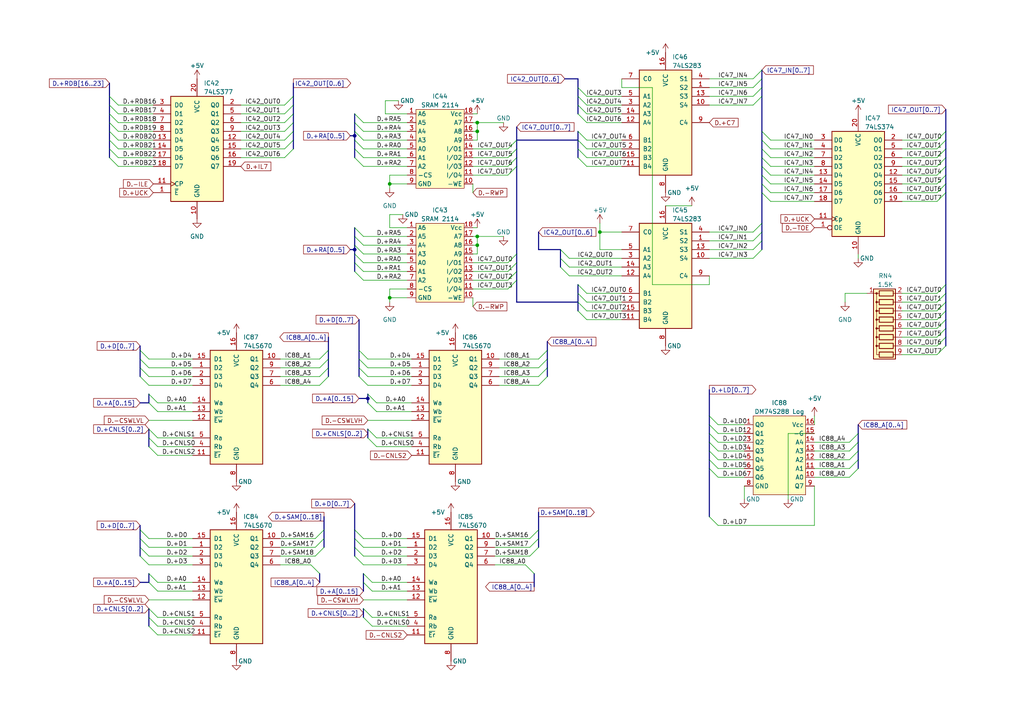
<source format=kicad_sch>
(kicad_sch (version 20230121) (generator eeschema)
  (paper "A4")
  (junction (at 138.43 68.58))
  (junction (at 173.99 67.31))
  (junction (at 113.03 53.34))
  (junction (at 106.68 115.57))
  (junction (at 138.43 35.56))
  (junction (at 138.43 38.1))
  (junction (at 138.43 71.12))
  (junction (at 102.87 72.39))
  (junction (at 102.87 39.37))
  (junction (at 113.03 86.36))
  (bus_entry (at 31.75 38.1) (size 2.54 2.54))
  (bus_entry (at 149.86 40.64) (size -2.54 2.54))
  (bus_entry (at 162.56 72.39) (size 2.54 2.54))
  (bus_entry (at 31.75 27.94) (size 2.54 2.54))
  (bus_entry (at 220.98 45.72) (size 2.54 2.54))
  (bus_entry (at 43.18 181.61) (size 2.54 2.54))
  (bus_entry (at 205.74 135.89) (size 2.54 2.54))
  (bus_entry (at 104.14 104.14) (size 2.54 2.54))
  (bus_entry (at 274.32 40.64) (size -2.54 2.54))
  (bus_entry (at 167.64 40.64) (size 2.54 2.54))
  (bus_entry (at 220.98 64.77) (size -2.54 2.54))
  (bus_entry (at 102.87 38.1) (size 2.54 2.54))
  (bus_entry (at 82.55 33.02) (size 2.54 -2.54))
  (bus_entry (at 102.87 73.66) (size 2.54 2.54))
  (bus_entry (at 205.74 120.65) (size 2.54 2.54))
  (bus_entry (at 156.21 153.67) (size -2.54 2.54))
  (bus_entry (at 274.32 45.72) (size -2.54 2.54))
  (bus_entry (at 40.64 101.6) (size 2.54 2.54))
  (bus_entry (at 82.55 43.18) (size 2.54 -2.54))
  (bus_entry (at 93.98 156.21) (size -2.54 2.54))
  (bus_entry (at 102.87 153.67) (size 2.54 2.54))
  (bus_entry (at 40.64 161.29) (size 2.54 2.54))
  (bus_entry (at 93.98 158.75) (size -2.54 2.54))
  (bus_entry (at 95.25 109.22) (size -2.54 2.54))
  (bus_entry (at 248.92 128.27) (size -2.54 2.54))
  (bus_entry (at 106.68 114.3) (size 2.54 2.54))
  (bus_entry (at 158.75 106.68) (size -2.54 2.54))
  (bus_entry (at 274.32 90.17) (size -2.54 2.54))
  (bus_entry (at 220.98 22.86) (size -2.54 2.54))
  (bus_entry (at 220.98 43.18) (size 2.54 2.54))
  (bus_entry (at 274.32 55.88) (size -2.54 2.54))
  (bus_entry (at 156.21 156.21) (size -2.54 2.54))
  (bus_entry (at 158.75 104.14) (size -2.54 2.54))
  (bus_entry (at 31.75 30.48) (size 2.54 2.54))
  (bus_entry (at 106.68 124.46) (size 2.54 2.54))
  (bus_entry (at 248.92 135.89) (size -2.54 2.54))
  (bus_entry (at 162.56 77.47) (size 2.54 2.54))
  (bus_entry (at 102.87 156.21) (size 2.54 2.54))
  (bus_entry (at 82.55 40.64) (size 2.54 -2.54))
  (bus_entry (at 274.32 95.25) (size -2.54 2.54))
  (bus_entry (at 95.25 101.6) (size -2.54 2.54))
  (bus_entry (at 82.55 30.48) (size 2.54 -2.54))
  (bus_entry (at 205.74 123.19) (size 2.54 2.54))
  (bus_entry (at 105.41 168.91) (size 2.54 2.54))
  (bus_entry (at 274.32 85.09) (size -2.54 2.54))
  (bus_entry (at 43.18 129.54) (size 2.54 2.54))
  (bus_entry (at 102.87 66.04) (size 2.54 2.54))
  (bus_entry (at 205.74 130.81) (size 2.54 2.54))
  (bus_entry (at 40.64 158.75) (size 2.54 2.54))
  (bus_entry (at 274.32 82.55) (size -2.54 2.54))
  (bus_entry (at 102.87 45.72) (size 2.54 2.54))
  (bus_entry (at 40.64 106.68) (size 2.54 2.54))
  (bus_entry (at 95.25 104.14) (size -2.54 2.54))
  (bus_entry (at 31.75 35.56) (size 2.54 2.54))
  (bus_entry (at 43.18 124.46) (size 2.54 2.54))
  (bus_entry (at 274.32 50.8) (size -2.54 2.54))
  (bus_entry (at 105.41 176.53) (size 2.54 2.54))
  (bus_entry (at 40.64 104.14) (size 2.54 2.54))
  (bus_entry (at 248.92 125.73) (size -2.54 2.54))
  (bus_entry (at 82.55 35.56) (size 2.54 -2.54))
  (bus_entry (at 149.86 78.74) (size -2.54 2.54))
  (bus_entry (at 274.32 43.18) (size -2.54 2.54))
  (bus_entry (at 105.41 166.37) (size 2.54 2.54))
  (bus_entry (at 220.98 50.8) (size 2.54 2.54))
  (bus_entry (at 82.55 45.72) (size 2.54 -2.54))
  (bus_entry (at 167.64 43.18) (size 2.54 2.54))
  (bus_entry (at 102.87 158.75) (size 2.54 2.54))
  (bus_entry (at 31.75 45.72) (size 2.54 2.54))
  (bus_entry (at 274.32 38.1) (size -2.54 2.54))
  (bus_entry (at 167.64 30.48) (size 2.54 2.54))
  (bus_entry (at 274.32 53.34) (size -2.54 2.54))
  (bus_entry (at 102.87 78.74) (size 2.54 2.54))
  (bus_entry (at 149.86 48.26) (size -2.54 2.54))
  (bus_entry (at 149.86 76.2) (size -2.54 2.54))
  (bus_entry (at 102.87 35.56) (size 2.54 2.54))
  (bus_entry (at 31.75 43.18) (size 2.54 2.54))
  (bus_entry (at 220.98 40.64) (size 2.54 2.54))
  (bus_entry (at 205.74 133.35) (size 2.54 2.54))
  (bus_entry (at 105.41 179.07) (size 2.54 2.54))
  (bus_entry (at 149.86 45.72) (size -2.54 2.54))
  (bus_entry (at 274.32 87.63) (size -2.54 2.54))
  (bus_entry (at 106.68 116.84) (size 2.54 2.54))
  (bus_entry (at 220.98 38.1) (size 2.54 2.54))
  (bus_entry (at 152.4 163.83) (size 2.54 2.54))
  (bus_entry (at 162.56 74.93) (size 2.54 2.54))
  (bus_entry (at 274.32 48.26) (size -2.54 2.54))
  (bus_entry (at 220.98 25.4) (size -2.54 2.54))
  (bus_entry (at 149.86 43.18) (size -2.54 2.54))
  (bus_entry (at 158.75 109.22) (size -2.54 2.54))
  (bus_entry (at 43.18 127) (size 2.54 2.54))
  (bus_entry (at 167.64 33.02) (size 2.54 2.54))
  (bus_entry (at 167.64 82.55) (size 2.54 2.54))
  (bus_entry (at 43.18 168.91) (size 2.54 2.54))
  (bus_entry (at 31.75 40.64) (size 2.54 2.54))
  (bus_entry (at 167.64 90.17) (size 2.54 2.54))
  (bus_entry (at 31.75 33.02) (size 2.54 2.54))
  (bus_entry (at 220.98 20.32) (size -2.54 2.54))
  (bus_entry (at 167.64 27.94) (size 2.54 2.54))
  (bus_entry (at 205.74 149.86) (size 2.54 2.54))
  (bus_entry (at 102.87 71.12) (size 2.54 2.54))
  (bus_entry (at 43.18 166.37) (size 2.54 2.54))
  (bus_entry (at 156.21 158.75) (size -2.54 2.54))
  (bus_entry (at 40.64 153.67) (size 2.54 2.54))
  (bus_entry (at 43.18 116.84) (size 2.54 2.54))
  (bus_entry (at 274.32 100.33) (size -2.54 2.54))
  (bus_entry (at 274.32 92.71) (size -2.54 2.54))
  (bus_entry (at 93.98 153.67) (size -2.54 2.54))
  (bus_entry (at 104.14 101.6) (size 2.54 2.54))
  (bus_entry (at 220.98 67.31) (size -2.54 2.54))
  (bus_entry (at 102.87 40.64) (size 2.54 2.54))
  (bus_entry (at 167.64 25.4) (size 2.54 2.54))
  (bus_entry (at 149.86 81.28) (size -2.54 2.54))
  (bus_entry (at 102.87 43.18) (size 2.54 2.54))
  (bus_entry (at 43.18 179.07) (size 2.54 2.54))
  (bus_entry (at 220.98 72.39) (size -2.54 2.54))
  (bus_entry (at 248.92 133.35) (size -2.54 2.54))
  (bus_entry (at 248.92 130.81) (size -2.54 2.54))
  (bus_entry (at 40.64 156.21) (size 2.54 2.54))
  (bus_entry (at 220.98 55.88) (size 2.54 2.54))
  (bus_entry (at 82.55 38.1) (size 2.54 -2.54))
  (bus_entry (at 220.98 27.94) (size -2.54 2.54))
  (bus_entry (at 104.14 109.22) (size 2.54 2.54))
  (bus_entry (at 167.64 38.1) (size 2.54 2.54))
  (bus_entry (at 102.87 33.02) (size 2.54 2.54))
  (bus_entry (at 95.25 106.68) (size -2.54 2.54))
  (bus_entry (at 40.64 109.22) (size 2.54 2.54))
  (bus_entry (at 274.32 97.79) (size -2.54 2.54))
  (bus_entry (at 167.64 87.63) (size 2.54 2.54))
  (bus_entry (at 205.74 125.73) (size 2.54 2.54))
  (bus_entry (at 102.87 76.2) (size 2.54 2.54))
  (bus_entry (at 106.68 127) (size 2.54 2.54))
  (bus_entry (at 167.64 45.72) (size 2.54 2.54))
  (bus_entry (at 102.87 68.58) (size 2.54 2.54))
  (bus_entry (at 158.75 101.6) (size -2.54 2.54))
  (bus_entry (at 149.86 73.66) (size -2.54 2.54))
  (bus_entry (at 104.14 106.68) (size 2.54 2.54))
  (bus_entry (at 220.98 48.26) (size 2.54 2.54))
  (bus_entry (at 205.74 128.27) (size 2.54 2.54))
  (bus_entry (at 102.87 161.29) (size 2.54 2.54))
  (bus_entry (at 220.98 69.85) (size -2.54 2.54))
  (bus_entry (at 167.64 85.09) (size 2.54 2.54))
  (bus_entry (at 220.98 53.34) (size 2.54 2.54))
  (bus_entry (at 90.17 163.83) (size 2.54 2.54))
  (bus_entry (at 43.18 114.3) (size 2.54 2.54))
  (bus_entry (at 43.18 176.53) (size 2.54 2.54))
  (wire (pts (xy 113.03 86.36) (xy 118.11 86.36)))
  (bus (pts (xy 167.64 25.4) (xy 167.64 27.94)))
  (bus (pts (xy 102.87 156.21) (xy 102.87 158.75)))
  (bus (pts (xy 102.87 43.18) (xy 102.87 45.72)))
  (bus (pts (xy 40.64 104.14) (xy 40.64 106.68)))
  (bus (pts (xy 149.86 87.63) (xy 167.64 87.63)))
  (wire (pts (xy 205.74 74.93) (xy 218.44 74.93)))
  (bus (pts (xy 220.98 53.34) (xy 220.98 55.88)))
  (wire (pts (xy 170.18 87.63) (xy 180.34 87.63)))
  (wire (pts (xy 45.72 168.91) (xy 55.88 168.91)))
  (bus (pts (xy 93.98 156.21) (xy 93.98 158.75)))
  (bus (pts (xy 101.6 39.37) (xy 102.87 39.37)))
  (wire (pts (xy 107.95 181.61) (xy 118.11 181.61)))
  (wire (pts (xy 261.62 97.79) (xy 271.78 97.79)))
  (bus (pts (xy 106.68 115.57) (xy 106.68 114.3)))
  (wire (pts (xy 137.16 40.64) (xy 138.43 40.64)))
  (bus (pts (xy 43.18 124.46) (xy 43.18 127)))
  (wire (pts (xy 34.29 38.1) (xy 44.45 38.1)))
  (bus (pts (xy 154.94 166.37) (xy 154.94 170.18)))
  (bus (pts (xy 149.86 45.72) (xy 149.86 48.26)))
  (wire (pts (xy 165.1 77.47) (xy 180.34 77.47)))
  (wire (pts (xy 109.22 127) (xy 119.38 127)))
  (bus (pts (xy 205.74 135.89) (xy 205.74 149.86)))
  (bus (pts (xy 31.75 30.48) (xy 31.75 33.02)))
  (wire (pts (xy 137.16 50.8) (xy 147.32 50.8)))
  (wire (pts (xy 81.28 104.14) (xy 92.71 104.14)))
  (wire (pts (xy 105.41 71.12) (xy 118.11 71.12)))
  (wire (pts (xy 245.11 87.63) (xy 245.11 85.09)))
  (wire (pts (xy 137.16 73.66) (xy 138.43 73.66)))
  (wire (pts (xy 180.34 25.4) (xy 189.23 25.4)))
  (wire (pts (xy 223.52 55.88) (xy 236.22 55.88)))
  (bus (pts (xy 102.87 146.05) (xy 102.87 153.67)))
  (bus (pts (xy 102.87 66.04) (xy 102.87 68.58)))
  (wire (pts (xy 113.03 87.63) (xy 113.03 86.36)))
  (wire (pts (xy 236.22 120.65) (xy 236.22 123.19)))
  (bus (pts (xy 158.75 101.6) (xy 158.75 104.14)))
  (bus (pts (xy 85.09 30.48) (xy 85.09 33.02)))
  (wire (pts (xy 248.92 74.93) (xy 248.92 73.66)))
  (wire (pts (xy 208.28 130.81) (xy 215.9 130.81)))
  (bus (pts (xy 105.41 171.45) (xy 105.41 168.91)))
  (wire (pts (xy 137.16 88.9) (xy 137.16 86.36)))
  (bus (pts (xy 85.09 40.64) (xy 85.09 43.18)))
  (bus (pts (xy 95.25 101.6) (xy 95.25 104.14)))
  (bus (pts (xy 149.86 36.83) (xy 149.86 40.64)))
  (bus (pts (xy 93.98 149.86) (xy 93.98 153.67)))
  (bus (pts (xy 43.18 114.3) (xy 43.18 116.84)))
  (wire (pts (xy 107.95 179.07) (xy 118.11 179.07)))
  (bus (pts (xy 85.09 33.02) (xy 85.09 35.56)))
  (bus (pts (xy 149.86 78.74) (xy 149.86 81.28)))
  (wire (pts (xy 228.6 125.73) (xy 228.6 144.78)))
  (bus (pts (xy 101.6 72.39) (xy 102.87 72.39)))
  (wire (pts (xy 138.43 40.64) (xy 138.43 38.1)))
  (wire (pts (xy 208.28 128.27) (xy 215.9 128.27)))
  (wire (pts (xy 208.28 125.73) (xy 215.9 125.73)))
  (wire (pts (xy 236.22 133.35) (xy 246.38 133.35)))
  (bus (pts (xy 167.64 87.63) (xy 167.64 90.17)))
  (wire (pts (xy 106.68 111.76) (xy 119.38 111.76)))
  (wire (pts (xy 81.28 158.75) (xy 91.44 158.75)))
  (wire (pts (xy 261.62 55.88) (xy 271.78 55.88)))
  (wire (pts (xy 143.51 161.29) (xy 153.67 161.29)))
  (wire (pts (xy 81.28 156.21) (xy 91.44 156.21)))
  (bus (pts (xy 102.87 35.56) (xy 102.87 38.1)))
  (bus (pts (xy 274.32 53.34) (xy 274.32 55.88)))
  (wire (pts (xy 261.62 45.72) (xy 271.78 45.72)))
  (wire (pts (xy 261.62 102.87) (xy 271.78 102.87)))
  (wire (pts (xy 170.18 30.48) (xy 180.34 30.48)))
  (wire (pts (xy 105.41 45.72) (xy 118.11 45.72)))
  (wire (pts (xy 34.29 45.72) (xy 44.45 45.72)))
  (bus (pts (xy 106.68 124.46) (xy 106.68 127)))
  (wire (pts (xy 138.43 33.02) (xy 137.16 33.02)))
  (bus (pts (xy 105.41 176.53) (xy 105.41 179.07)))
  (bus (pts (xy 248.92 123.19) (xy 248.92 125.73)))
  (bus (pts (xy 40.64 158.75) (xy 40.64 161.29)))
  (bus (pts (xy 167.64 22.86) (xy 167.64 25.4)))
  (wire (pts (xy 223.52 50.8) (xy 236.22 50.8)))
  (wire (pts (xy 34.29 30.48) (xy 44.45 30.48)))
  (wire (pts (xy 236.22 125.73) (xy 228.6 125.73)))
  (wire (pts (xy 105.41 76.2) (xy 118.11 76.2)))
  (wire (pts (xy 111.76 29.21) (xy 111.76 33.02)))
  (bus (pts (xy 274.32 40.64) (xy 274.32 43.18)))
  (bus (pts (xy 40.64 100.33) (xy 40.64 101.6)))
  (wire (pts (xy 189.23 25.4) (xy 189.23 82.55)))
  (bus (pts (xy 93.98 153.67) (xy 93.98 156.21)))
  (bus (pts (xy 220.98 69.85) (xy 220.98 72.39)))
  (wire (pts (xy 43.18 104.14) (xy 55.88 104.14)))
  (bus (pts (xy 156.21 156.21) (xy 156.21 158.75)))
  (wire (pts (xy 170.18 85.09) (xy 180.34 85.09)))
  (wire (pts (xy 105.41 81.28) (xy 118.11 81.28)))
  (wire (pts (xy 105.41 163.83) (xy 118.11 163.83)))
  (wire (pts (xy 200.66 59.69) (xy 193.04 59.69)))
  (wire (pts (xy 137.16 35.56) (xy 138.43 35.56)))
  (wire (pts (xy 45.72 119.38) (xy 55.88 119.38)))
  (bus (pts (xy 95.25 97.79) (xy 95.25 101.6)))
  (wire (pts (xy 170.18 90.17) (xy 180.34 90.17)))
  (bus (pts (xy 205.74 113.03) (xy 205.74 120.65)))
  (wire (pts (xy 223.52 45.72) (xy 236.22 45.72)))
  (bus (pts (xy 95.25 104.14) (xy 95.25 106.68)))
  (bus (pts (xy 40.64 106.68) (xy 40.64 109.22)))
  (wire (pts (xy 170.18 35.56) (xy 180.34 35.56)))
  (wire (pts (xy 208.28 123.19) (xy 215.9 123.19)))
  (bus (pts (xy 220.98 22.86) (xy 220.98 25.4)))
  (bus (pts (xy 43.18 166.37) (xy 43.18 168.91)))
  (bus (pts (xy 106.68 115.57) (xy 106.68 116.84)))
  (bus (pts (xy 104.14 104.14) (xy 104.14 106.68)))
  (wire (pts (xy 261.62 40.64) (xy 271.78 40.64)))
  (bus (pts (xy 205.74 130.81) (xy 205.74 133.35)))
  (bus (pts (xy 167.64 22.86) (xy 163.83 22.86)))
  (wire (pts (xy 43.18 163.83) (xy 55.88 163.83)))
  (bus (pts (xy 40.64 101.6) (xy 40.64 104.14)))
  (bus (pts (xy 104.14 115.57) (xy 106.68 115.57)))
  (wire (pts (xy 105.41 35.56) (xy 118.11 35.56)))
  (bus (pts (xy 274.32 87.63) (xy 274.32 90.17)))
  (wire (pts (xy 45.72 116.84) (xy 55.88 116.84)))
  (bus (pts (xy 220.98 55.88) (xy 220.98 64.77)))
  (wire (pts (xy 45.72 129.54) (xy 55.88 129.54)))
  (wire (pts (xy 205.74 82.55) (xy 205.74 80.01)))
  (bus (pts (xy 149.86 48.26) (xy 149.86 73.66)))
  (wire (pts (xy 261.62 95.25) (xy 271.78 95.25)))
  (wire (pts (xy 261.62 85.09) (xy 271.78 85.09)))
  (bus (pts (xy 149.86 73.66) (xy 149.86 76.2)))
  (bus (pts (xy 31.75 40.64) (xy 31.75 43.18)))
  (bus (pts (xy 274.32 90.17) (xy 274.32 92.71)))
  (bus (pts (xy 31.75 43.18) (xy 31.75 45.72)))
  (wire (pts (xy 45.72 184.15) (xy 55.88 184.15)))
  (wire (pts (xy 138.43 73.66) (xy 138.43 71.12)))
  (bus (pts (xy 220.98 43.18) (xy 220.98 45.72)))
  (wire (pts (xy 115.57 29.21) (xy 111.76 29.21)))
  (wire (pts (xy 223.52 58.42) (xy 236.22 58.42)))
  (bus (pts (xy 220.98 67.31) (xy 220.98 69.85)))
  (wire (pts (xy 109.22 129.54) (xy 119.38 129.54)))
  (bus (pts (xy 149.86 40.64) (xy 149.86 43.18)))
  (bus (pts (xy 248.92 128.27) (xy 248.92 130.81)))
  (bus (pts (xy 167.64 30.48) (xy 167.64 33.02)))
  (wire (pts (xy 69.85 43.18) (xy 82.55 43.18)))
  (wire (pts (xy 236.22 128.27) (xy 246.38 128.27)))
  (bus (pts (xy 43.18 179.07) (xy 43.18 181.61)))
  (bus (pts (xy 274.32 95.25) (xy 274.32 97.79)))
  (bus (pts (xy 85.09 35.56) (xy 85.09 38.1)))
  (wire (pts (xy 144.78 111.76) (xy 156.21 111.76)))
  (wire (pts (xy 261.62 43.18) (xy 271.78 43.18)))
  (wire (pts (xy 137.16 83.82) (xy 147.32 83.82)))
  (bus (pts (xy 40.64 152.4) (xy 40.64 153.67)))
  (wire (pts (xy 261.62 92.71) (xy 271.78 92.71)))
  (wire (pts (xy 43.18 173.99) (xy 55.88 173.99)))
  (bus (pts (xy 149.86 43.18) (xy 149.86 45.72)))
  (wire (pts (xy 205.74 27.94) (xy 218.44 27.94)))
  (bus (pts (xy 31.75 35.56) (xy 31.75 38.1)))
  (wire (pts (xy 43.18 158.75) (xy 55.88 158.75)))
  (wire (pts (xy 106.68 106.68) (xy 119.38 106.68)))
  (wire (pts (xy 205.74 30.48) (xy 218.44 30.48)))
  (wire (pts (xy 137.16 45.72) (xy 147.32 45.72)))
  (wire (pts (xy 69.85 38.1) (xy 82.55 38.1)))
  (wire (pts (xy 45.72 181.61) (xy 55.88 181.61)))
  (bus (pts (xy 167.64 27.94) (xy 167.64 30.48)))
  (wire (pts (xy 170.18 43.18) (xy 180.34 43.18)))
  (bus (pts (xy 220.98 48.26) (xy 220.98 50.8)))
  (wire (pts (xy 45.72 179.07) (xy 55.88 179.07)))
  (bus (pts (xy 31.75 27.94) (xy 31.75 30.48)))
  (wire (pts (xy 113.03 54.61) (xy 113.03 53.34)))
  (bus (pts (xy 220.98 45.72) (xy 220.98 48.26)))
  (bus (pts (xy 156.21 72.39) (xy 162.56 72.39)))
  (bus (pts (xy 158.75 104.14) (xy 158.75 106.68)))
  (wire (pts (xy 43.18 161.29) (xy 55.88 161.29)))
  (wire (pts (xy 138.43 35.56) (xy 146.05 35.56)))
  (bus (pts (xy 205.74 133.35) (xy 205.74 135.89)))
  (bus (pts (xy 205.74 123.19) (xy 205.74 125.73)))
  (wire (pts (xy 34.29 43.18) (xy 44.45 43.18)))
  (wire (pts (xy 69.85 33.02) (xy 82.55 33.02)))
  (wire (pts (xy 45.72 127) (xy 55.88 127)))
  (wire (pts (xy 69.85 45.72) (xy 82.55 45.72)))
  (wire (pts (xy 81.28 106.68) (xy 92.71 106.68)))
  (wire (pts (xy 236.22 130.81) (xy 246.38 130.81)))
  (bus (pts (xy 43.18 176.53) (xy 43.18 179.07)))
  (bus (pts (xy 40.64 153.67) (xy 40.64 156.21)))
  (wire (pts (xy 105.41 158.75) (xy 118.11 158.75)))
  (wire (pts (xy 173.99 67.31) (xy 180.34 67.31)))
  (wire (pts (xy 69.85 30.48) (xy 82.55 30.48)))
  (bus (pts (xy 158.75 99.06) (xy 158.75 101.6)))
  (bus (pts (xy 220.98 27.94) (xy 220.98 38.1)))
  (bus (pts (xy 102.87 71.12) (xy 102.87 72.39)))
  (bus (pts (xy 167.64 85.09) (xy 167.64 87.63)))
  (wire (pts (xy 105.41 43.18) (xy 118.11 43.18)))
  (bus (pts (xy 167.64 43.18) (xy 167.64 45.72)))
  (bus (pts (xy 274.32 85.09) (xy 274.32 87.63)))
  (wire (pts (xy 261.62 90.17) (xy 271.78 90.17)))
  (wire (pts (xy 170.18 33.02) (xy 180.34 33.02)))
  (wire (pts (xy 223.52 40.64) (xy 236.22 40.64)))
  (wire (pts (xy 137.16 76.2) (xy 147.32 76.2)))
  (wire (pts (xy 261.62 58.42) (xy 271.78 58.42)))
  (wire (pts (xy 261.62 53.34) (xy 271.78 53.34)))
  (wire (pts (xy 173.99 72.39) (xy 180.34 72.39)))
  (bus (pts (xy 102.87 73.66) (xy 102.87 76.2)))
  (bus (pts (xy 102.87 39.37) (xy 102.87 40.64)))
  (wire (pts (xy 144.78 109.22) (xy 156.21 109.22)))
  (wire (pts (xy 165.1 80.01) (xy 180.34 80.01)))
  (wire (pts (xy 173.99 64.77) (xy 173.99 67.31)))
  (wire (pts (xy 205.74 72.39) (xy 218.44 72.39)))
  (bus (pts (xy 85.09 27.94) (xy 85.09 30.48)))
  (wire (pts (xy 81.28 109.22) (xy 92.71 109.22)))
  (bus (pts (xy 31.75 33.02) (xy 31.75 35.56)))
  (wire (pts (xy 180.34 25.4) (xy 180.34 22.86)))
  (wire (pts (xy 113.03 66.04) (xy 118.11 66.04)))
  (bus (pts (xy 31.75 24.13) (xy 31.75 27.94)))
  (wire (pts (xy 143.51 163.83) (xy 152.4 163.83)))
  (bus (pts (xy 248.92 133.35) (xy 248.92 135.89)))
  (bus (pts (xy 220.98 38.1) (xy 220.98 40.64)))
  (bus (pts (xy 167.64 82.55) (xy 167.64 85.09)))
  (wire (pts (xy 81.28 163.83) (xy 90.17 163.83)))
  (wire (pts (xy 116.84 62.23) (xy 113.03 62.23)))
  (wire (pts (xy 223.52 53.34) (xy 236.22 53.34)))
  (wire (pts (xy 245.11 85.09) (xy 251.46 85.09)))
  (wire (pts (xy 170.18 48.26) (xy 180.34 48.26)))
  (wire (pts (xy 137.16 71.12) (xy 138.43 71.12)))
  (bus (pts (xy 102.87 40.64) (xy 102.87 43.18)))
  (bus (pts (xy 40.64 116.84) (xy 43.18 116.84)))
  (wire (pts (xy 45.72 132.08) (xy 55.88 132.08)))
  (wire (pts (xy 69.85 35.56) (xy 82.55 35.56)))
  (wire (pts (xy 105.41 38.1) (xy 118.11 38.1)))
  (wire (pts (xy 138.43 71.12) (xy 138.43 68.58)))
  (wire (pts (xy 34.29 40.64) (xy 44.45 40.64)))
  (wire (pts (xy 113.03 83.82) (xy 118.11 83.82)))
  (wire (pts (xy 137.16 43.18) (xy 147.32 43.18)))
  (bus (pts (xy 85.09 24.13) (xy 85.09 27.94)))
  (wire (pts (xy 113.03 50.8) (xy 118.11 50.8)))
  (bus (pts (xy 40.64 156.21) (xy 40.64 158.75)))
  (bus (pts (xy 102.87 72.39) (xy 102.87 73.66)))
  (bus (pts (xy 102.87 68.58) (xy 102.87 71.12)))
  (bus (pts (xy 220.98 64.77) (xy 220.98 67.31)))
  (wire (pts (xy 144.78 104.14) (xy 156.21 104.14)))
  (bus (pts (xy 104.14 101.6) (xy 104.14 104.14)))
  (wire (pts (xy 109.22 119.38) (xy 119.38 119.38)))
  (wire (pts (xy 105.41 48.26) (xy 118.11 48.26)))
  (bus (pts (xy 248.92 130.81) (xy 248.92 133.35)))
  (bus (pts (xy 220.98 50.8) (xy 220.98 53.34)))
  (bus (pts (xy 167.64 38.1) (xy 167.64 40.64)))
  (bus (pts (xy 31.75 38.1) (xy 31.75 40.64)))
  (wire (pts (xy 137.16 78.74) (xy 147.32 78.74)))
  (wire (pts (xy 170.18 45.72) (xy 180.34 45.72)))
  (wire (pts (xy 81.28 161.29) (xy 91.44 161.29)))
  (bus (pts (xy 274.32 38.1) (xy 274.32 40.64)))
  (wire (pts (xy 111.76 33.02) (xy 118.11 33.02)))
  (wire (pts (xy 261.62 87.63) (xy 271.78 87.63)))
  (bus (pts (xy 156.21 148.59) (xy 156.21 153.67)))
  (bus (pts (xy 205.74 125.73) (xy 205.74 128.27)))
  (wire (pts (xy 34.29 33.02) (xy 44.45 33.02)))
  (wire (pts (xy 170.18 40.64) (xy 180.34 40.64)))
  (wire (pts (xy 106.68 104.14) (xy 119.38 104.14)))
  (wire (pts (xy 138.43 66.04) (xy 137.16 66.04)))
  (bus (pts (xy 205.74 120.65) (xy 205.74 123.19)))
  (bus (pts (xy 85.09 38.1) (xy 85.09 40.64)))
  (wire (pts (xy 137.16 81.28) (xy 147.32 81.28)))
  (bus (pts (xy 248.92 125.73) (xy 248.92 128.27)))
  (bus (pts (xy 95.25 106.68) (xy 95.25 109.22)))
  (wire (pts (xy 236.22 138.43) (xy 246.38 138.43)))
  (bus (pts (xy 149.86 40.64) (xy 167.64 40.64)))
  (wire (pts (xy 189.23 82.55) (xy 205.74 82.55)))
  (wire (pts (xy 105.41 73.66) (xy 118.11 73.66)))
  (bus (pts (xy 104.14 106.68) (xy 104.14 109.22)))
  (wire (pts (xy 137.16 55.88) (xy 137.16 53.34)))
  (wire (pts (xy 105.41 68.58) (xy 118.11 68.58)))
  (wire (pts (xy 215.9 144.78) (xy 215.9 140.97)))
  (wire (pts (xy 173.99 67.31) (xy 173.99 72.39)))
  (wire (pts (xy 43.18 156.21) (xy 55.88 156.21)))
  (bus (pts (xy 102.87 158.75) (xy 102.87 161.29)))
  (wire (pts (xy 113.03 62.23) (xy 113.03 66.04)))
  (wire (pts (xy 208.28 133.35) (xy 215.9 133.35)))
  (wire (pts (xy 107.95 171.45) (xy 118.11 171.45)))
  (wire (pts (xy 205.74 25.4) (xy 218.44 25.4)))
  (wire (pts (xy 109.22 116.84) (xy 119.38 116.84)))
  (wire (pts (xy 34.29 35.56) (xy 44.45 35.56)))
  (bus (pts (xy 149.86 76.2) (xy 149.86 78.74)))
  (bus (pts (xy 274.32 50.8) (xy 274.32 53.34)))
  (wire (pts (xy 34.29 48.26) (xy 44.45 48.26)))
  (bus (pts (xy 40.64 168.91) (xy 43.18 168.91)))
  (bus (pts (xy 102.87 76.2) (xy 102.87 78.74)))
  (bus (pts (xy 158.75 106.68) (xy 158.75 109.22)))
  (bus (pts (xy 274.32 82.55) (xy 274.32 85.09)))
  (wire (pts (xy 113.03 86.36) (xy 113.03 83.82)))
  (wire (pts (xy 261.62 48.26) (xy 271.78 48.26)))
  (wire (pts (xy 113.03 53.34) (xy 118.11 53.34)))
  (wire (pts (xy 205.74 67.31) (xy 218.44 67.31)))
  (wire (pts (xy 170.18 92.71) (xy 180.34 92.71)))
  (bus (pts (xy 167.64 40.64) (xy 167.64 43.18)))
  (wire (pts (xy 69.85 40.64) (xy 82.55 40.64)))
  (wire (pts (xy 105.41 173.99) (xy 118.11 173.99)))
  (wire (pts (xy 223.52 48.26) (xy 236.22 48.26)))
  (wire (pts (xy 261.62 50.8) (xy 271.78 50.8)))
  (wire (pts (xy 261.62 100.33) (xy 271.78 100.33)))
  (bus (pts (xy 162.56 74.93) (xy 162.56 77.47)))
  (wire (pts (xy 106.68 121.92) (xy 119.38 121.92)))
  (bus (pts (xy 274.32 45.72) (xy 274.32 48.26)))
  (bus (pts (xy 102.87 33.02) (xy 102.87 35.56)))
  (bus (pts (xy 162.56 72.39) (xy 162.56 74.93)))
  (wire (pts (xy 138.43 68.58) (xy 146.05 68.58)))
  (wire (pts (xy 144.78 106.68) (xy 156.21 106.68)))
  (bus (pts (xy 220.98 25.4) (xy 220.98 27.94)))
  (wire (pts (xy 208.28 135.89) (xy 215.9 135.89)))
  (bus (pts (xy 156.21 153.67) (xy 156.21 156.21)))
  (wire (pts (xy 143.51 156.21) (xy 153.67 156.21)))
  (bus (pts (xy 104.14 92.71) (xy 104.14 101.6)))
  (wire (pts (xy 81.28 111.76) (xy 92.71 111.76)))
  (wire (pts (xy 137.16 68.58) (xy 138.43 68.58)))
  (wire (pts (xy 236.22 140.97) (xy 236.22 152.4)))
  (bus (pts (xy 220.98 20.32) (xy 220.98 22.86)))
  (bus (pts (xy 105.41 168.91) (xy 105.41 166.37)))
  (bus (pts (xy 149.86 81.28) (xy 149.86 87.63)))
  (wire (pts (xy 165.1 74.93) (xy 180.34 74.93)))
  (wire (pts (xy 107.95 168.91) (xy 118.11 168.91)))
  (wire (pts (xy 105.41 161.29) (xy 118.11 161.29)))
  (wire (pts (xy 170.18 27.94) (xy 180.34 27.94)))
  (wire (pts (xy 106.68 109.22) (xy 119.38 109.22)))
  (wire (pts (xy 137.16 38.1) (xy 138.43 38.1)))
  (wire (pts (xy 43.18 121.92) (xy 55.88 121.92)))
  (wire (pts (xy 223.52 43.18) (xy 236.22 43.18)))
  (wire (pts (xy 43.18 111.76) (xy 55.88 111.76)))
  (wire (pts (xy 208.28 152.4) (xy 236.22 152.4)))
  (wire (pts (xy 137.16 48.26) (xy 147.32 48.26)))
  (bus (pts (xy 102.87 38.1) (xy 102.87 39.37)))
  (bus (pts (xy 92.71 166.37) (xy 92.71 168.91)))
  (bus (pts (xy 274.32 92.71) (xy 274.32 95.25)))
  (bus (pts (xy 274.32 97.79) (xy 274.32 100.33)))
  (wire (pts (xy 45.72 171.45) (xy 55.88 171.45)))
  (wire (pts (xy 105.41 40.64) (xy 118.11 40.64)))
  (wire (pts (xy 208.28 138.43) (xy 215.9 138.43)))
  (wire (pts (xy 105.41 78.74) (xy 118.11 78.74)))
  (bus (pts (xy 43.18 127) (xy 43.18 129.54)))
  (wire (pts (xy 43.18 106.68) (xy 55.88 106.68)))
  (wire (pts (xy 205.74 22.86) (xy 218.44 22.86)))
  (bus (pts (xy 274.32 48.26) (xy 274.32 50.8)))
  (wire (pts (xy 205.74 69.85) (xy 218.44 69.85)))
  (bus (pts (xy 156.21 67.31) (xy 156.21 72.39)))
  (wire (pts (xy 43.18 109.22) (xy 55.88 109.22)))
  (wire (pts (xy 143.51 158.75) (xy 153.67 158.75)))
  (bus (pts (xy 274.32 55.88) (xy 274.32 82.55)))
  (bus (pts (xy 274.32 43.18) (xy 274.32 45.72)))
  (wire (pts (xy 236.22 135.89) (xy 246.38 135.89)))
  (bus (pts (xy 220.98 40.64) (xy 220.98 43.18)))
  (bus (pts (xy 205.74 128.27) (xy 205.74 130.81)))
  (bus (pts (xy 102.87 153.67) (xy 102.87 156.21)))
  (wire (pts (xy 138.43 38.1) (xy 138.43 35.56)))
  (wire (pts (xy 105.41 156.21) (xy 118.11 156.21)))
  (bus (pts (xy 274.32 31.75) (xy 274.32 38.1)))
  (wire (pts (xy 113.03 53.34) (xy 113.03 50.8)))
  (label "D.+CNLS1" (at 46.99 127 0))
  (label "D.+D1" (at 48.26 158.75 0))
  (label "IC47_OUT1" (at 262.89 43.18 0))
  (label "D.+RDB20" (at 35.56 40.64 0))
  (label "IC42_OUT1" (at 71.12 33.02 0))
  (label "IC47_OUT7" (at 262.89 102.87 0))
  (label "D.+D3" (at 48.26 163.83 0))
  (label "IC47_OUT7" (at 262.89 58.42 0))
  (label "IC47_OUT4" (at 171.45 40.64 0))
  (label "D.+A1" (at 48.26 171.45 0))
  (label "D.+D2" (at 48.26 161.29 0))
  (label "IC47_OUT7" (at 138.43 50.8 0))
  (label "D.+A1" (at 110.49 171.45 0))
  (label "IC47_IN0" (at 227.33 40.64 0))
  (label "D.+D5" (at 113.03 106.68 0))
  (label "IC88_A2" (at 82.55 106.68 0))
  (label "D.+A1" (at 111.76 119.38 0))
  (label "IC47_OUT1" (at 262.89 87.63 0))
  (label "IC47_OUT4" (at 262.89 95.25 0))
  (label "IC47_IN3" (at 208.28 74.93 0))
  (label "IC47_OUT5" (at 171.45 43.18 0))
  (label "IC42_OUT3" (at 71.12 38.1 0))
  (label "IC47_OUT1" (at 171.45 87.63 0))
  (label "D.+CNLS2" (at 46.99 184.15 0))
  (label "D.+CNLS0" (at 110.49 129.54 0))
  (label "IC42_OUT6" (at 180.34 35.56 180))
  (label "IC47_OUT6" (at 171.45 45.72 0))
  (label "IC88_A3" (at 146.05 109.22 0))
  (label "D.+CNLS1" (at 110.49 127 0))
  (label "D.+D6" (at 49.53 109.22 0))
  (label "D.+A0" (at 110.49 168.91 0))
  (label "D.+D4" (at 113.03 104.14 0))
  (label "IC47_OUT6" (at 262.89 100.33 0))
  (label "IC47_IN6" (at 227.33 55.88 0))
  (label "D.+A1" (at 48.26 119.38 0))
  (label "IC42_OUT5" (at 180.34 33.02 180))
  (label "IC47_OUT7" (at 171.45 48.26 0))
  (label "IC88_A1" (at 82.55 104.14 0))
  (label "IC47_IN3" (at 227.33 48.26 0))
  (label "D.+LD7" (at 209.55 152.4 0))
  (label "D.+RA0" (at 109.22 43.18 0))
  (label "IC47_OUT0" (at 262.89 85.09 0))
  (label "IC47_IN5" (at 208.28 25.4 0))
  (label "D.+RA3" (at 109.22 40.64 0))
  (label "D.+RA0" (at 109.22 76.2 0))
  (label "IC88_A2" (at 146.05 106.68 0))
  (label "D.+CNLS0" (at 46.99 181.61 0))
  (label "IC47_IN5" (at 227.33 53.34 0))
  (label "D.+RDB19" (at 35.56 38.1 0))
  (label "D.+LD2" (at 209.55 128.27 0))
  (label "IC47_OUT4" (at 262.89 50.8 0))
  (label "D.+RA4" (at 109.22 38.1 0))
  (label "IC47_IN2" (at 208.28 72.39 0))
  (label "D.+RA5" (at 109.22 68.58 0))
  (label "D.+LD4" (at 209.55 133.35 0))
  (label "IC47_OUT0" (at 262.89 40.64 0))
  (label "IC88_A0" (at 237.49 138.43 0))
  (label "IC47_OUT6" (at 138.43 48.26 0))
  (label "D.+RA3" (at 109.22 73.66 0))
  (label "IC42_OUT1" (at 177.8 77.47 180))
  (label "D.+D1" (at 110.49 158.75 0))
  (label "IC47_OUT0" (at 171.45 85.09 0))
  (label "D.+CNLS1" (at 109.22 179.07 0))
  (label "D.+LD3" (at 209.55 130.81 0))
  (label "D.+RDB23" (at 35.56 48.26 0))
  (label "D.+RDB22" (at 35.56 45.72 0))
  (label "D.+RA5" (at 109.22 35.56 0))
  (label "IC42_OUT2" (at 177.8 80.01 180))
  (label "IC47_OUT2" (at 262.89 45.72 0))
  (label "D.+D5" (at 49.53 106.68 0))
  (label "D.+D7" (at 49.53 111.76 0))
  (label "D.+RA1" (at 109.22 78.74 0))
  (label "IC88_A0" (at 82.55 163.83 0))
  (label "IC47_OUT2" (at 138.43 81.28 0))
  (label "D.+SAM16" (at 143.51 156.21 0))
  (label "D.+RDB21" (at 35.56 43.18 0))
  (label "IC47_IN4" (at 227.33 50.8 0))
  (label "D.+LD0" (at 209.55 123.19 0))
  (label "D.+SAM18" (at 81.28 161.29 0))
  (label "D.+SAM17" (at 81.28 158.75 0))
  (label "IC47_IN2" (at 227.33 45.72 0))
  (label "IC88_A3" (at 82.55 109.22 0))
  (label "IC47_OUT0" (at 138.43 76.2 0))
  (label "D.+RDB16" (at 35.56 30.48 0))
  (label "IC42_OUT4" (at 180.34 30.48 180))
  (label "D.+A0" (at 111.76 116.84 0))
  (label "IC47_OUT2" (at 262.89 90.17 0))
  (label "IC42_OUT4" (at 71.12 40.64 0))
  (label "D.+RA4" (at 109.22 71.12 0))
  (label "D.+CNLS1" (at 46.99 179.07 0))
  (label "D.+D7" (at 113.03 111.76 0))
  (label "IC47_OUT5" (at 138.43 45.72 0))
  (label "D.+LD1" (at 209.55 125.73 0))
  (label "D.+D6" (at 113.03 109.22 0))
  (label "D.+D2" (at 110.49 161.29 0))
  (label "D.+LD6" (at 209.55 138.43 0))
  (label "IC47_OUT5" (at 262.89 97.79 0))
  (label "IC47_OUT3" (at 138.43 83.82 0))
  (label "IC42_OUT6" (at 71.12 45.72 0))
  (label "D.+D0" (at 110.49 156.21 0))
  (label "IC88_A1" (at 146.05 104.14 0))
  (label "IC42_OUT0" (at 177.8 74.93 180))
  (label "D.+A0" (at 48.26 116.84 0))
  (label "IC88_A1" (at 237.49 135.89 0))
  (label "IC42_OUT3" (at 180.34 27.94 180))
  (label "IC47_IN4" (at 208.28 22.86 0))
  (label "D.+SAM16" (at 81.28 156.21 0))
  (label "IC47_IN0" (at 208.28 67.31 0))
  (label "IC47_OUT1" (at 138.43 78.74 0))
  (label "D.+CNLS2" (at 46.99 132.08 0))
  (label "D.+D3" (at 110.49 163.83 0))
  (label "IC88_A4" (at 146.05 111.76 0))
  (label "IC88_A3" (at 237.49 130.81 0))
  (label "IC47_OUT6" (at 262.89 55.88 0))
  (label "D.+LD5" (at 209.55 135.89 0))
  (label "D.+A0" (at 48.26 168.91 0))
  (label "D.+SAM18" (at 143.51 161.29 0))
  (label "D.+CNLS0" (at 46.99 129.54 0))
  (label "IC47_IN1" (at 208.28 69.85 0))
  (label "IC47_OUT5" (at 262.89 53.34 0))
  (label "D.+RA1" (at 109.22 45.72 0))
  (label "D.+SAM17" (at 143.51 158.75 0))
  (label "IC47_IN1" (at 227.33 43.18 0))
  (label "IC88_A4" (at 237.49 128.27 0))
  (label "IC47_OUT4" (at 138.43 43.18 0))
  (label "IC47_OUT3" (at 262.89 92.71 0))
  (label "IC88_A2" (at 237.49 133.35 0))
  (label "IC88_A4" (at 82.55 111.76 0))
  (label "IC42_OUT0" (at 71.12 30.48 0))
  (label "D.+D0" (at 48.26 156.21 0))
  (label "D.+RA2" (at 109.22 81.28 0))
  (label "IC47_OUT2" (at 171.45 90.17 0))
  (label "IC47_IN6" (at 208.28 27.94 0))
  (label "IC42_OUT5" (at 71.12 43.18 0))
  (label "IC47_IN7" (at 227.33 58.42 0))
  (label "IC88_A0" (at 144.78 163.83 0))
  (label "D.+RDB18" (at 35.56 35.56 0))
  (label "D.+RDB17" (at 35.56 33.02 0))
  (label "D.+D4" (at 49.53 104.14 0))
  (label "IC47_IN7" (at 208.28 30.48 0))
  (label "IC47_OUT3" (at 171.45 92.71 0))
  (label "D.+CNLS0" (at 109.22 181.61 0))
  (label "IC42_OUT2" (at 71.12 35.56 0))
  (label "D.+RA2" (at 109.22 48.26 0))
  (label "IC47_OUT3" (at 262.89 48.26 0))
  (global_label "IC42_OUT[0..6]" (shape input) (at 156.21 67.31 0) (property "Intersheetrefs" "${INTERSHEET_REFS}" (effects hide)))
  (global_label "D.-ILE" (shape input) (at 44.45 53.34 180) (property "Intersheetrefs" "${INTERSHEET_REFS}" (effects hide)))
  (global_label "D.+UCK" (shape input) (at 44.45 55.88 180) (property "Intersheetrefs" "${INTERSHEET_REFS}" (effects hide)))
  (global_label "D.-RWP" (shape input) (at 137.16 88.9 0) (property "Intersheetrefs" "${INTERSHEET_REFS}" (effects hide)))
  (global_label "D.+SAM[0..18]" (shape output) (at 93.98 149.86 180) (property "Intersheetrefs" "${INTERSHEET_REFS}" (effects hide)))
  (global_label "D.+A[0..15]" (shape input) (at 104.14 115.57 180) (property "Intersheetrefs" "${INTERSHEET_REFS}" (effects hide)))
  (global_label "D.+A[0..15]" (shape input) (at 105.41 171.45 180) (property "Intersheetrefs" "${INTERSHEET_REFS}" (effects hide)))
  (global_label "D.-CSWLVL" (shape input) (at 43.18 173.99 180) (property "Intersheetrefs" "${INTERSHEET_REFS}" (effects hide)))
  (global_label "IC47_OUT[0..7]" (shape input) (at 149.86 36.83 0) (property "Intersheetrefs" "${INTERSHEET_REFS}" (effects hide)))
  (global_label "IC47_OUT[0..7]" (shape input) (at 274.32 31.75 180) (property "Intersheetrefs" "${INTERSHEET_REFS}" (effects hide)))
  (global_label "IC88_A[0..4]" (shape input) (at 158.75 99.06 0) (property "Intersheetrefs" "${INTERSHEET_REFS}" (effects hide)))
  (global_label "D.+A[0..15]" (shape input) (at 40.64 116.84 180) (property "Intersheetrefs" "${INTERSHEET_REFS}" (effects hide)))
  (global_label "IC88_A[0..4]" (shape input) (at 92.71 168.91 180) (property "Intersheetrefs" "${INTERSHEET_REFS}" (effects hide)))
  (global_label "D.-CSWLVL" (shape input) (at 43.18 121.92 180) (property "Intersheetrefs" "${INTERSHEET_REFS}" (effects hide)))
  (global_label "D.+CNLS[0..2]" (shape input) (at 43.18 124.46 180) (property "Intersheetrefs" "${INTERSHEET_REFS}" (effects hide)))
  (global_label "D.+D[0..7]" (shape input) (at 40.64 100.33 180) (property "Intersheetrefs" "${INTERSHEET_REFS}" (effects hide)))
  (global_label "D.+A[0..15]" (shape input) (at 40.64 168.91 180) (property "Intersheetrefs" "${INTERSHEET_REFS}" (effects hide)))
  (global_label "IC88_A[0..4]" (shape input) (at 248.92 123.19 0) (property "Intersheetrefs" "${INTERSHEET_REFS}" (effects hide)))
  (global_label "D.+LD[0..7]" (shape output) (at 205.74 113.03 0) (property "Intersheetrefs" "${INTERSHEET_REFS}" (effects hide)))
  (global_label "IC88_A[0..4]" (shape output) (at 95.25 97.79 180) (property "Intersheetrefs" "${INTERSHEET_REFS}" (effects hide)))
  (global_label "IC88_A[0..4]" (shape output) (at 154.94 170.18 180) (property "Intersheetrefs" "${INTERSHEET_REFS}" (effects hide)))
  (global_label "D.+UCK" (shape input) (at 236.22 63.5 180) (property "Intersheetrefs" "${INTERSHEET_REFS}" (effects hide)))
  (global_label "D.-RWP" (shape input) (at 137.16 55.88 0) (property "Intersheetrefs" "${INTERSHEET_REFS}" (effects hide)))
  (global_label "IC42_OUT[0..6]" (shape output) (at 85.09 24.13 0) (property "Intersheetrefs" "${INTERSHEET_REFS}" (effects hide)))
  (global_label "D.+IL7" (shape input) (at 69.85 48.26 0) (property "Intersheetrefs" "${INTERSHEET_REFS}" (effects hide)))
  (global_label "D.+D[0..7]" (shape input) (at 40.64 152.4 180) (property "Intersheetrefs" "${INTERSHEET_REFS}" (effects hide)))
  (global_label "D.+CNLS[0..2]" (shape input) (at 105.41 177.8 180) (property "Intersheetrefs" "${INTERSHEET_REFS}" (effects hide)))
  (global_label "D.-CSWLVH" (shape input) (at 105.41 173.99 180) (property "Intersheetrefs" "${INTERSHEET_REFS}" (effects hide)))
  (global_label "IC42_OUT[0..6]" (shape input) (at 163.83 22.86 180) (property "Intersheetrefs" "${INTERSHEET_REFS}" (effects hide)))
  (global_label "D.+RDB[16..23]" (shape input) (at 31.75 24.13 180) (property "Intersheetrefs" "${INTERSHEET_REFS}" (effects hide)))
  (global_label "D.-CNLS2" (shape input) (at 118.11 184.15 180) (property "Intersheetrefs" "${INTERSHEET_REFS}" (effects hide)))
  (global_label "D.+SAM[0..18]" (shape output) (at 156.21 148.59 0) (property "Intersheetrefs" "${INTERSHEET_REFS}" (effects hide)))
  (global_label "D.-CSWLVH" (shape input) (at 106.68 121.92 180) (property "Intersheetrefs" "${INTERSHEET_REFS}" (effects hide)))
  (global_label "D.+CNLS[0..2]" (shape input) (at 43.18 176.53 180) (property "Intersheetrefs" "${INTERSHEET_REFS}" (effects hide)))
  (global_label "D.+RA[0..5]" (shape input) (at 101.6 72.39 180) (property "Intersheetrefs" "${INTERSHEET_REFS}" (effects hide)))
  (global_label "D.-CNLS2" (shape input) (at 119.38 132.08 180) (property "Intersheetrefs" "${INTERSHEET_REFS}" (effects hide)))
  (global_label "D.+D[0..7]" (shape input) (at 104.14 92.71 180) (property "Intersheetrefs" "${INTERSHEET_REFS}" (effects hide)))
  (global_label "D.+D[0..7]" (shape input) (at 102.87 146.05 180) (property "Intersheetrefs" "${INTERSHEET_REFS}" (effects hide)))
  (global_label "D.+CNLS[0..2]" (shape input) (at 106.68 125.73 180) (property "Intersheetrefs" "${INTERSHEET_REFS}" (effects hide)))
  (global_label "D.+RA[0..5]" (shape input) (at 101.6 39.37 180) (property "Intersheetrefs" "${INTERSHEET_REFS}" (effects hide)))
  (global_label "D.-TOE" (shape input) (at 236.22 66.04 180) (property "Intersheetrefs" "${INTERSHEET_REFS}" (effects hide)))
  (global_label "D.+C7" (shape input) (at 205.74 35.56 0) (property "Intersheetrefs" "${INTERSHEET_REFS}" (effects hide)))
  (global_label "IC47_IN[0..7]" (shape input) (at 220.98 20.32 0) (property "Intersheetrefs" "${INTERSHEET_REFS}" (effects hide)))
  (symbol (lib_id "74xx:74LS374") (at 248.92 53.34 0) (unit 1)
    (property "Reference" "IC47" (at 250.8759 34.29 0) (effects (justify left)))
    (property "Value" "74LS374" (at 250.8759 36.83 0) (effects (justify left)))
    (property "Footprint" "Package_DIP:DIP-20_W7.62mm_LongPads" (effects hide))
    (property "Datasheet" "http://www.ti.com/lit/gpn/sn74LS374" (effects hide))
  )
  (symbol (lib_id "power:+5V") (at 193.04 15.24 0) (unit 1)
    (property "Reference" "#PWR074" (effects hide))
    (property "Value" "+5V" (at 189.23 15.24 0))
  )
  (symbol (lib_id "power:GND") (at 193.04 55.88 0) (unit 1)
    (property "Reference" "#PWR075" (effects hide))
    (property "Value" "GND" (at 195.58 55.88 0))
  )
  (symbol (lib_id "power:GND") (at 68.58 139.7 0) (unit 1)
    (property "Reference" "#PWR089" (effects hide))
    (property "Value" "GND" (at 71.12 139.7 0))
  )
  (symbol (lib_id "SamacSys_Parts:SRAM_2114") (at 127 63.5 0) (unit 1)
    (property "Reference" "IC43" (at 127.635 60.96 0))
    (property "Value" "SRAM 2114" (at 127.635 63.5 0))
    (property "Footprint" "Package_DIP:DIP-18_W7.62mm_LongPads" (effects hide))
  )
  (symbol (lib_id "power:GND") (at 248.92 74.93 0) (unit 1)
    (property "Reference" "#PWR079" (effects hide))
    (property "Value" "GND" (at 251.46 74.93 0))
  )
  (symbol (lib_id "power:GND") (at 115.57 29.21 0) (unit 1)
    (property "Reference" "#PWR064" (effects hide))
    (property "Value" "GND" (at 118.11 29.21 0))
  )
  (symbol (lib_id "power:+5V") (at 130.81 148.59 0) (unit 1)
    (property "Reference" "#PWR087" (effects hide))
    (property "Value" "+5V" (at 127 148.59 0))
  )
  (symbol (lib_id "SamacSys_Parts:SRAM_2114") (at 127 30.48 0) (unit 1)
    (property "Reference" "IC44" (at 127.635 27.94 0))
    (property "Value" "SRAM 2114" (at 127.635 30.48 0))
    (property "Footprint" "Package_DIP:DIP-18_W7.62mm_LongPads" (effects hide))
  )
  (symbol (lib_id "power:GND") (at 68.58 191.77 0) (unit 1)
    (property "Reference" "#PWR090" (effects hide))
    (property "Value" "GND" (at 71.12 191.77 0))
  )
  (symbol (lib_id "power:+5V") (at 248.92 33.02 0) (unit 1)
    (property "Reference" "#PWR078" (effects hide))
    (property "Value" "+5V" (at 248.92 29.21 0))
  )
  (symbol (lib_id "power:+5V") (at 68.58 96.52 0) (unit 1)
    (property "Reference" "#PWR085" (effects hide))
    (property "Value" "+5V" (at 64.77 96.52 0))
  )
  (symbol (lib_id "power:GND") (at 113.03 87.63 0) (unit 1)
    (property "Reference" "#PWR070" (effects hide))
    (property "Value" "GND" (at 113.03 92.71 0))
  )
  (symbol (lib_id "power:+5V") (at 200.66 59.69 0) (unit 1)
    (property "Reference" "#PWR073" (effects hide))
    (property "Value" "+5V" (at 200.66 54.61 0))
  )
  (symbol (lib_id "74xx:74LS670") (at 130.81 168.91 0) (unit 1)
    (property "Reference" "IC85" (at 132.7659 149.86 0) (effects (justify left)))
    (property "Value" "74LS670" (at 132.7659 152.4 0) (effects (justify left)))
    (property "Footprint" "Package_DIP:DIP-16_W7.62mm_LongPads" (effects hide))
    (property "Datasheet" "http://www.ti.com/lit/gpn/sn74LS670" (effects hide))
  )
  (symbol (lib_id "power:+5V") (at 68.58 148.59 0) (unit 1)
    (property "Reference" "#PWR086" (effects hide))
    (property "Value" "+5V" (at 64.77 148.59 0))
  )
  (symbol (lib_id "74xx:74LS283") (at 193.04 35.56 0) (unit 1)
    (property "Reference" "IC46" (at 194.9959 16.51 0) (effects (justify left)))
    (property "Value" "74LS283" (at 194.9959 19.05 0) (effects (justify left)))
    (property "Footprint" "Package_DIP:DIP-16_W7.62mm_LongPads" (effects hide))
    (property "Datasheet" "http://www.ti.com/lit/gpn/sn74LS283" (effects hide))
  )
  (symbol (lib_id "power:GND") (at 146.05 35.56 0) (unit 1)
    (property "Reference" "#PWR063" (effects hide))
    (property "Value" "GND" (at 146.05 34.29 0))
  )
  (symbol (lib_id "power:GND") (at 215.9 144.78 0) (unit 1)
    (property "Reference" "#PWR082" (effects hide))
    (property "Value" "GND" (at 218.44 144.78 0))
  )
  (symbol (lib_id "Device:R_Network08") (at 256.54 95.25 90) (mirror x) (unit 1)
    (property "Reference" "RN4" (at 256.794 80.01 90))
    (property "Value" "1.5K" (at 256.794 82.55 90))
    (property "Footprint" "Resistor_THT:R_Array_SIP9" (effects hide))
    (property "Datasheet" "http://www.vishay.com/docs/31509/csc.pdf" (effects hide))
  )
  (symbol (lib_id "power:GND") (at 57.15 63.5 0) (unit 1)
    (property "Reference" "#PWR072" (effects hide))
    (property "Value" "GND" (at 57.15 68.58 0))
  )
  (symbol (lib_id "power:+5V") (at 132.08 96.52 0) (unit 1)
    (property "Reference" "#PWR084" (effects hide))
    (property "Value" "+5V" (at 128.27 96.52 0))
  )
  (symbol (lib_id "74xx:74LS670") (at 68.58 116.84 0) (unit 1)
    (property "Reference" "IC87" (at 70.5359 97.79 0) (effects (justify left)))
    (property "Value" "74LS670" (at 70.5359 100.33 0) (effects (justify left)))
    (property "Footprint" "Package_DIP:DIP-16_W7.62mm_LongPads" (effects hide))
    (property "Datasheet" "http://www.ti.com/lit/gpn/sn74LS670" (effects hide))
  )
  (symbol (lib_id "SamacSys_Parts:DM74S288") (at 226.06 118.11 0) (unit 1)
    (property "Reference" "IC88" (at 226.06 116.84 0))
    (property "Value" "DM74S288 Log" (at 226.06 119.38 0))
    (property "Footprint" "Package_DIP:DIP-16_W7.62mm_LongPads" (effects hide))
    (property "Datasheet" "https://html.alldatasheet.com/html-pdf/132533/NSC/DM74S288N/118/2/DM74S288N.html" (effects hide))
  )
  (symbol (lib_id "power:GND") (at 193.04 100.33 0) (unit 1)
    (property "Reference" "#PWR076" (effects hide))
    (property "Value" "GND" (at 195.58 100.33 0))
  )
  (symbol (lib_id "power:+5V") (at 173.99 64.77 0) (unit 1)
    (property "Reference" "#PWR077" (effects hide))
    (property "Value" "+5V" (at 173.99 60.96 0))
  )
  (symbol (lib_id "power:GND") (at 228.6 144.78 0) (unit 1)
    (property "Reference" "#PWR083" (effects hide))
    (property "Value" "GND" (at 231.14 144.78 0))
  )
  (symbol (lib_id "power:+5V") (at 138.43 33.02 0) (unit 1)
    (property "Reference" "#PWR065" (effects hide))
    (property "Value" "+5V" (at 138.43 29.21 0))
  )
  (symbol (lib_id "74xx:74LS670") (at 68.58 168.91 0) (unit 1)
    (property "Reference" "IC84" (at 70.5359 149.86 0) (effects (justify left)))
    (property "Value" "74LS670" (at 70.5359 152.4 0) (effects (justify left)))
    (property "Footprint" "Package_DIP:DIP-16_W7.62mm_LongPads" (effects hide))
    (property "Datasheet" "http://www.ti.com/lit/gpn/sn74LS670" (effects hide))
  )
  (symbol (lib_id "power:GND") (at 132.08 139.7 0) (unit 1)
    (property "Reference" "#PWR088" (effects hide))
    (property "Value" "GND" (at 134.62 139.7 0))
  )
  (symbol (lib_id "power:GND") (at 113.03 54.61 0) (unit 1)
    (property "Reference" "#PWR066" (effects hide))
    (property "Value" "GND" (at 113.03 59.69 0))
  )
  (symbol (lib_id "power:GND") (at 245.11 87.63 0) (unit 1)
    (property "Reference" "#PWR080" (effects hide))
    (property "Value" "GND" (at 245.11 92.71 0))
  )
  (symbol (lib_id "power:+5V") (at 57.15 22.86 0) (unit 1)
    (property "Reference" "#PWR071" (effects hide))
    (property "Value" "+5V" (at 57.15 19.05 0))
  )
  (symbol (lib_id "power:GND") (at 116.84 62.23 0) (unit 1)
    (property "Reference" "#PWR069" (effects hide))
    (property "Value" "GND" (at 119.38 62.23 0))
  )
  (symbol (lib_id "power:+5V") (at 236.22 120.65 0) (unit 1)
    (property "Reference" "#PWR081" (effects hide))
    (property "Value" "+5V" (at 236.22 115.57 0))
  )
  (symbol (lib_id "74xx:74LS377") (at 57.15 43.18 0) (unit 1)
    (property "Reference" "IC42" (at 59.1059 24.13 0) (effects (justify left)))
    (property "Value" "74LS377" (at 59.1059 26.67 0) (effects (justify left)))
    (property "Footprint" "Package_DIP:DIP-20_W7.62mm_LongPads" (effects hide))
    (property "Datasheet" "http://www.ti.com/lit/gpn/sn74LS377" (effects hide))
  )
  (symbol (lib_id "74xx:74LS283") (at 193.04 80.01 0) (unit 1)
    (property "Reference" "IC45" (at 194.9959 60.96 0) (effects (justify left)))
    (property "Value" "74LS283" (at 194.9959 63.5 0) (effects (justify left)))
    (property "Footprint" "Package_DIP:DIP-16_W7.62mm_LongPads" (effects hide))
    (property "Datasheet" "http://www.ti.com/lit/gpn/sn74LS283" (effects hide))
  )
  (symbol (lib_id "74xx:74LS670") (at 132.08 116.84 0) (unit 1)
    (property "Reference" "IC86" (at 134.0359 97.79 0) (effects (justify left)))
    (property "Value" "74LS670" (at 134.0359 100.33 0) (effects (justify left)))
    (property "Footprint" "Package_DIP:DIP-16_W7.62mm_LongPads" (effects hide))
    (property "Datasheet" "http://www.ti.com/lit/gpn/sn74LS670" (effects hide))
  )
  (symbol (lib_id "power:GND") (at 130.81 191.77 0) (unit 1)
    (property "Reference" "#PWR091" (effects hide))
    (property "Value" "GND" (at 133.35 191.77 0))
  )
  (symbol (lib_id "power:GND") (at 146.05 68.58 0) (unit 1)
    (property "Reference" "#PWR067" (effects hide))
    (property "Value" "GND" (at 146.05 67.31 0))
  )
  (symbol (lib_id "power:+5V") (at 138.43 66.04 0) (unit 1)
    (property "Reference" "#PWR068" (effects hide))
    (property "Value" "+5V" (at 138.43 62.23 0))
  )
)
</source>
